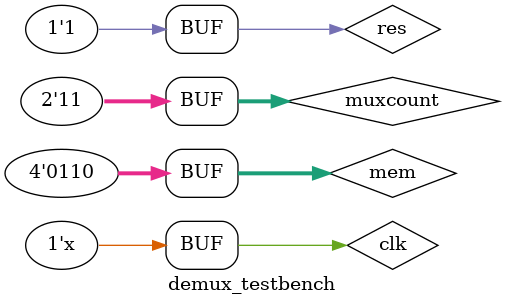
<source format=v>
module demux_testbench;
    reg clk,res;
    reg [1:0] muxcount;
    reg [3:0] mem;
    wire [3:0] out0,out1,out2,out3;

demux uut(
    .muxcount(muxcount),
    .mem(mem),
    .out0(out0),
    .out1(out1),
    .out2(out2),
    .out3(out3),
    .res(res),
    .clk(clk)
    );
    
always #20 clk = ~clk;

initial begin
    res = 1; clk = 0;
    #20 res = 0; mem = 4'b1001; muxcount = 2'b00; //out0 should be 1001
    #40 mem = 4'b0000; muxcount = 2'b01; //out1 should be 0000
    #40 mem = 4'b1111; muxcount = 2'b10; //out2 should be 1111
    #40 mem = 4'b0110; muxcount = 2'b11; //out3 should be 0110
    #20 res = 1; 
end

endmodule
</source>
